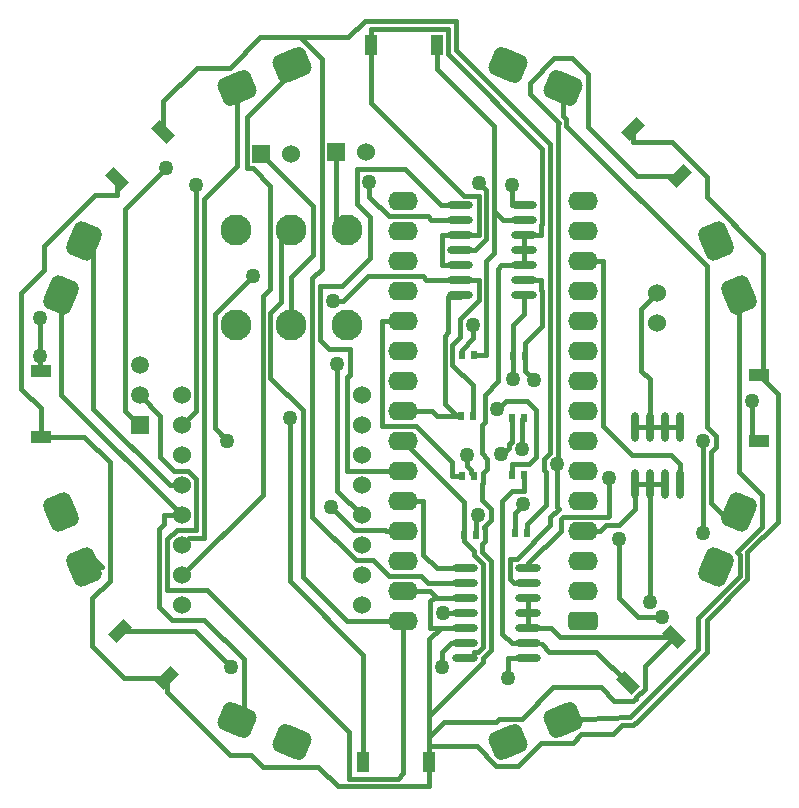
<source format=gtl>
G04*
G04 #@! TF.GenerationSoftware,Altium Limited,CircuitMaker,2.1.0 (2.1.0.4)*
G04*
G04 Layer_Physical_Order=1*
G04 Layer_Color=25308*
%FSLAX44Y44*%
%MOMM*%
G71*
G04*
G04 #@! TF.SameCoordinates,92338436-DD38-40F9-96A6-762CB33EEFC5*
G04*
G04*
G04 #@! TF.FilePolarity,Positive*
G04*
G01*
G75*
%ADD11C,0.4000*%
G04:AMPARAMS|DCode=15|XSize=1.8mm|YSize=1.016mm|CornerRadius=0mm|HoleSize=0mm|Usage=FLASHONLY|Rotation=135.000|XOffset=0mm|YOffset=0mm|HoleType=Round|Shape=Rectangle|*
%AMROTATEDRECTD15*
4,1,4,0.9956,-0.2772,0.2772,-0.9956,-0.9956,0.2772,-0.2772,0.9956,0.9956,-0.2772,0.0*
%
%ADD15ROTATEDRECTD15*%

G04:AMPARAMS|DCode=16|XSize=1.8mm|YSize=1.016mm|CornerRadius=0mm|HoleSize=0mm|Usage=FLASHONLY|Rotation=225.000|XOffset=0mm|YOffset=0mm|HoleType=Round|Shape=Rectangle|*
%AMROTATEDRECTD16*
4,1,4,0.2772,0.9956,0.9956,0.2772,-0.2772,-0.9956,-0.9956,-0.2772,0.2772,0.9956,0.0*
%
%ADD16ROTATEDRECTD16*%

%ADD17R,1.8000X1.0160*%
%ADD18R,1.0160X1.8000*%
%ADD19O,0.7000X2.5000*%
%ADD20O,2.2000X0.6000*%
%ADD21R,0.6096X0.7112*%
%ADD41P,0.7071X4X157.5*%
%ADD42P,0.7071X4X247.5*%
G04:AMPARAMS|DCode=43|XSize=0.5mm|YSize=0.5mm|CornerRadius=0mm|HoleSize=0mm|Usage=FLASHONLY|Rotation=67.500|XOffset=0mm|YOffset=0mm|HoleType=Round|Shape=Rectangle|*
%AMROTATEDRECTD43*
4,1,4,0.1353,-0.3266,-0.3266,-0.1353,-0.1353,0.3266,0.3266,0.1353,0.1353,-0.3266,0.0*
%
%ADD43ROTATEDRECTD43*%

%ADD44P,0.7071X4X202.5*%
G04:AMPARAMS|DCode=45|XSize=0.5mm|YSize=0.5mm|CornerRadius=0mm|HoleSize=0mm|Usage=FLASHONLY|Rotation=247.500|XOffset=0mm|YOffset=0mm|HoleType=Round|Shape=Rectangle|*
%AMROTATEDRECTD45*
4,1,4,-0.1353,0.3266,0.3266,0.1353,0.1353,-0.3266,-0.3266,-0.1353,-0.1353,0.3266,0.0*
%
%ADD45ROTATEDRECTD45*%

%ADD46C,1.5240*%
G04:AMPARAMS|DCode=47|XSize=3mm|YSize=2.5mm|CornerRadius=0.625mm|HoleSize=0mm|Usage=FLASHONLY|Rotation=112.500|XOffset=0mm|YOffset=0mm|HoleType=Round|Shape=RoundedRectangle|*
%AMROUNDEDRECTD47*
21,1,3.0000,1.2500,0,0,112.5*
21,1,1.7500,2.5000,0,0,112.5*
1,1,1.2500,0.2426,1.0476*
1,1,1.2500,0.9123,-0.5692*
1,1,1.2500,-0.2426,-1.0476*
1,1,1.2500,-0.9123,0.5692*
%
%ADD47ROUNDEDRECTD47*%
%ADD48C,1.5000*%
%ADD49R,1.5000X1.5000*%
%ADD50O,2.5400X1.6000*%
%ADD51C,2.6162*%
G04:AMPARAMS|DCode=52|XSize=2.54mm|YSize=1.6mm|CornerRadius=0.4mm|HoleSize=0mm|Usage=FLASHONLY|Rotation=180.000|XOffset=0mm|YOffset=0mm|HoleType=Round|Shape=RoundedRectangle|*
%AMROUNDEDRECTD52*
21,1,2.5400,0.8000,0,0,180.0*
21,1,1.7400,1.6000,0,0,180.0*
1,1,0.8000,-0.8700,0.4000*
1,1,0.8000,0.8700,0.4000*
1,1,0.8000,0.8700,-0.4000*
1,1,0.8000,-0.8700,-0.4000*
%
%ADD52ROUNDEDRECTD52*%
G04:AMPARAMS|DCode=53|XSize=3mm|YSize=2.5mm|CornerRadius=0.625mm|HoleSize=0mm|Usage=FLASHONLY|Rotation=202.500|XOffset=0mm|YOffset=0mm|HoleType=Round|Shape=RoundedRectangle|*
%AMROUNDEDRECTD53*
21,1,3.0000,1.2500,0,0,202.5*
21,1,1.7500,2.5000,0,0,202.5*
1,1,1.2500,-1.0476,0.2426*
1,1,1.2500,0.5692,0.9123*
1,1,1.2500,1.0476,-0.2426*
1,1,1.2500,-0.5692,-0.9123*
%
%ADD53ROUNDEDRECTD53*%
G04:AMPARAMS|DCode=54|XSize=3mm|YSize=2.5mm|CornerRadius=0.625mm|HoleSize=0mm|Usage=FLASHONLY|Rotation=67.500|XOffset=0mm|YOffset=0mm|HoleType=Round|Shape=RoundedRectangle|*
%AMROUNDEDRECTD54*
21,1,3.0000,1.2500,0,0,67.5*
21,1,1.7500,2.5000,0,0,67.5*
1,1,1.2500,0.9123,0.5692*
1,1,1.2500,0.2426,-1.0476*
1,1,1.2500,-0.9123,-0.5692*
1,1,1.2500,-0.2426,1.0476*
%
%ADD54ROUNDEDRECTD54*%
G04:AMPARAMS|DCode=55|XSize=3mm|YSize=2.5mm|CornerRadius=0.625mm|HoleSize=0mm|Usage=FLASHONLY|Rotation=157.500|XOffset=0mm|YOffset=0mm|HoleType=Round|Shape=RoundedRectangle|*
%AMROUNDEDRECTD55*
21,1,3.0000,1.2500,0,0,157.5*
21,1,1.7500,2.5000,0,0,157.5*
1,1,1.2500,-0.5692,0.9123*
1,1,1.2500,1.0476,0.2426*
1,1,1.2500,0.5692,-0.9123*
1,1,1.2500,-1.0476,-0.2426*
%
%ADD55ROUNDEDRECTD55*%
%ADD56R,1.5240X1.5240*%
%ADD57C,1.2700*%
D11*
X460664Y405932D02*
Y435217D01*
X446064Y391332D02*
X460664Y405932D01*
X380920Y635817D02*
X460664Y556073D01*
Y492471D02*
Y556073D01*
X467204Y298455D02*
Y560306D01*
X387644Y639866D02*
X467204Y560306D01*
X461844Y293095D02*
X467204Y298455D01*
X473744Y289594D02*
Y576679D01*
X472734Y288584D02*
X473744Y289594D01*
Y576679D02*
X474512Y577447D01*
X396534Y287638D02*
X400312Y283860D01*
X396534Y287638D02*
Y296204D01*
X400312Y280996D02*
Y283860D01*
Y280996D02*
X402884Y278424D01*
X459654Y491461D02*
X460664Y492471D01*
X459654Y482894D02*
Y491461D01*
Y436227D02*
Y444794D01*
Y436227D02*
X460664Y435217D01*
X445124Y482894D02*
X459654D01*
X445124Y444794D02*
X459654D01*
X434634Y307795D02*
Y327954D01*
X432634Y305795D02*
X434634Y307795D01*
X432634Y302586D02*
Y305795D01*
X427522Y297474D02*
X432634Y302586D01*
X443524Y301284D02*
Y326684D01*
X444794Y327954D01*
X455684Y296184D02*
Y334336D01*
X455304Y295804D02*
X455684Y296184D01*
X455304Y294554D02*
Y295804D01*
X449334Y288584D02*
X455304Y294554D01*
X461844Y284073D02*
Y293095D01*
Y284073D02*
X463590Y282327D01*
Y254040D02*
Y282327D01*
X472734Y252770D02*
Y288584D01*
Y252770D02*
X474512Y250992D01*
X517184Y245250D02*
Y277154D01*
X516422Y244488D02*
X517184Y245250D01*
X413774Y284581D02*
Y293603D01*
X409234Y298143D02*
X413774Y293603D01*
X425744Y297474D02*
X427522D01*
X434634Y288584D02*
X449334D01*
X434634Y279694D02*
Y288584D01*
X647740Y364749D02*
Y467146D01*
X36108Y312144D02*
Y336082D01*
X364749Y75379D02*
X410474Y121104D01*
X402694Y211857D02*
X410474Y204077D01*
Y134331D02*
Y204077D01*
X402694Y211857D02*
Y215114D01*
X409234Y258773D02*
X417330Y250677D01*
X417014Y131622D02*
Y206786D01*
X409234Y258773D02*
Y271749D01*
X410474Y121104D02*
Y125082D01*
X410951Y235122D02*
Y235276D01*
Y235122D02*
X411742Y234331D01*
X409234Y214566D02*
Y220949D01*
Y298143D02*
Y321890D01*
X410472Y281279D02*
X413774Y284581D01*
X410472Y272987D02*
Y281279D01*
X409234Y271749D02*
X410472Y272987D01*
X417330Y241655D02*
Y250677D01*
X410951Y235276D02*
X417330Y241655D01*
X411742Y223458D02*
Y234331D01*
X409234Y220949D02*
X411742Y223458D01*
X410474Y125082D02*
X417014Y131622D01*
X406057Y129914D02*
X410474Y134331D01*
X402694Y129914D02*
X406057D01*
X402694Y125738D02*
Y129914D01*
X409234Y214566D02*
X417014Y206786D01*
X393994Y223814D02*
X402694Y215114D01*
X401710Y124754D02*
X402694Y125738D01*
X409234Y321890D02*
X411806Y324462D01*
X592114Y158454D02*
X627593Y193934D01*
X592114Y132114D02*
Y158454D01*
X599734Y156826D02*
X634133Y191225D01*
X599734Y129734D02*
Y156826D01*
X540084Y70084D02*
X599734Y129734D01*
X466134Y130084D02*
X505939D01*
X460034Y136184D02*
X466134Y130084D01*
X505939D02*
X532795Y103228D01*
X443266Y73266D02*
X470084Y100084D01*
X547291Y117724D02*
X572309Y142741D01*
X547291Y98576D02*
Y117724D01*
X540084Y91368D02*
X547291Y98576D01*
X540084Y90084D02*
Y91368D01*
X538800Y90084D02*
X540084D01*
X537448Y88732D02*
X538800Y90084D01*
X521436Y88732D02*
X537448D01*
X510084Y100084D02*
X521436Y88732D01*
X470084Y100084D02*
X510084D01*
X475321Y142741D02*
X572309D01*
X423544Y73266D02*
X443266D01*
X421184Y70906D02*
X423544Y73266D01*
X377484Y70906D02*
X421184D01*
X470101Y71922D02*
X477986D01*
X202182Y608370D02*
X210068D01*
X539333Y70084D02*
X540084D01*
X537518Y68269D02*
X539333Y70084D01*
X527875Y67875D02*
X537518Y68269D01*
X520084Y60084D02*
X527875Y67875D01*
X534809Y74809D02*
X592114Y132114D01*
X477986Y72487D02*
X534809Y74809D01*
X493744Y60084D02*
X520084D01*
X459175Y52575D02*
X486234D01*
X440040Y33440D02*
X459175Y52575D01*
X486234D02*
X493744Y60084D01*
X477986Y71922D02*
Y72487D01*
X431792Y621635D02*
X437765D01*
X434498Y620282D02*
X437765Y621635D01*
X242404Y58532D02*
X248376D01*
X72487Y477986D02*
X80084Y470390D01*
Y335858D02*
Y470390D01*
Y335858D02*
X145139Y270804D01*
X35600Y368024D02*
Y380278D01*
X72487Y202182D02*
X87883D01*
X75193Y208715D02*
X81350D01*
X87883Y202182D01*
X608370Y470101D02*
Y477986D01*
X604975Y471453D02*
X608242Y470101D01*
X604975Y471453D02*
X604975D01*
X621635Y242403D02*
Y248376D01*
X620282Y245670D02*
Y245670D01*
Y245670D02*
X621635Y242403D01*
X58533Y431792D02*
Y437764D01*
X208066Y72487D02*
Y123484D01*
X600084Y320145D02*
X607576Y312653D01*
X600084Y320145D02*
Y456382D01*
X607576Y303631D02*
Y312653D01*
X603226Y299281D02*
X607576Y303631D01*
X603226Y256098D02*
Y299281D01*
Y256098D02*
X613655Y245670D01*
X481052Y575414D02*
X600084Y456382D01*
X450084Y611882D02*
X470702Y632500D01*
X450084Y601875D02*
Y611882D01*
Y601875D02*
X474512Y577447D01*
X570270Y561888D02*
X600084Y532074D01*
Y514802D02*
Y532074D01*
Y514802D02*
X647740Y467146D01*
X471453Y75193D02*
Y75193D01*
X470101Y71927D02*
X471453Y75193D01*
X364749Y50084D02*
Y58171D01*
Y36334D02*
Y50084D01*
X404987D02*
X421631Y33440D01*
X364749Y50084D02*
X404987D01*
X421631Y33440D02*
X440040D01*
X625344Y214593D02*
X646470Y235719D01*
X634133Y214133D02*
X660084Y240084D01*
X634133Y191225D02*
Y214133D01*
X625344Y214593D02*
Y214593D01*
Y214593D02*
X627593Y212343D01*
Y193934D02*
Y212343D01*
X646470Y258795D02*
Y262930D01*
Y258795D02*
X646728Y258537D01*
Y240128D02*
Y258537D01*
X646470Y239870D02*
X646728Y240128D01*
X646470Y235719D02*
Y239870D01*
X660084Y240084D02*
Y348499D01*
X643834Y364749D02*
X660084Y348499D01*
X626815Y282585D02*
X646470Y262930D01*
X371320Y175554D02*
X394934D01*
X368658D02*
X371320D01*
X36108Y312144D02*
X72684D01*
X374500Y150154D02*
X394934D01*
X365832D02*
X374500D01*
X364749Y58171D02*
Y75379D01*
Y140403D01*
X419744Y467681D02*
Y502864D01*
X638596Y308869D02*
Y341924D01*
X435142Y508294D02*
Y525566D01*
X380611Y430654D02*
X391124D01*
X388010Y329224D02*
X391454D01*
X371320D02*
X388010D01*
X620282Y245670D02*
X620282Y245670D01*
X58533Y437764D02*
X59886Y434498D01*
X59886Y434498D01*
X434498Y620282D02*
X434498Y620282D01*
X471453Y75193D02*
X471453Y75193D01*
X604975Y471453D02*
X604975Y471453D01*
X239816Y478576D02*
X247944D01*
X342686Y27218D02*
Y155674D01*
X255310Y650280D02*
X296458D01*
X221782D02*
X255310D01*
X35600Y380278D02*
Y412282D01*
X551474Y172506D02*
Y271704D01*
X107482Y505043D02*
X141721Y539282D01*
X107482Y333796D02*
Y505043D01*
Y333796D02*
X119674Y321604D01*
X142741Y96099D02*
Y107859D01*
Y96099D02*
X196128Y42712D01*
X214416D01*
X224576Y32552D01*
X271058D01*
X287568Y16042D01*
X364749D01*
Y36334D01*
X365832Y172728D02*
X368658Y175554D01*
X365832Y150154D02*
Y172728D01*
X365800Y181074D02*
X371320Y175554D01*
X342624Y181074D02*
X365800D01*
X419744Y502864D02*
Y575309D01*
Y502864D02*
X427014Y495594D01*
X445124D01*
X402884Y381294D02*
X413204D01*
Y461141D01*
X419744Y467681D01*
X371299Y623754D02*
X419744Y575309D01*
X371299Y623754D02*
Y643834D01*
X446064Y367324D02*
Y380024D01*
Y367324D02*
X453430Y359958D01*
X638596Y308869D02*
X643834D01*
X446064Y380024D02*
Y391332D01*
X404154Y228894D02*
Y243880D01*
X406440Y246166D01*
X525566Y175300D02*
Y225846D01*
Y175300D02*
X541314Y159552D01*
X562396D01*
X166651Y147373D02*
X197144Y116880D01*
X103228Y147373D02*
X166651D01*
X286552Y266486D02*
Y373420D01*
Y266486D02*
X307634Y245404D01*
X402122Y395264D02*
Y406440D01*
X392724Y385866D02*
X402122Y395264D01*
X392724Y381294D02*
Y385866D01*
X435142Y508294D02*
X445124D01*
X431840Y124754D02*
X448934D01*
X431840Y107990D02*
Y124754D01*
X374944Y508294D02*
X391124D01*
X344242Y538996D02*
X374944Y508294D01*
X303348Y538996D02*
X344242D01*
X303348Y509278D02*
Y538996D01*
Y509278D02*
X314492Y498134D01*
Y463336D02*
Y498134D01*
X290726Y439570D02*
X314492Y463336D01*
X272391Y439570D02*
X290726D01*
X272391Y393931D02*
Y439570D01*
Y393931D02*
X279727Y386595D01*
X297442D01*
Y364619D02*
Y386595D01*
X295442Y362619D02*
X297442Y364619D01*
X295442Y282964D02*
Y362619D01*
Y282964D02*
X319504D01*
X319794Y282674D01*
X342624D01*
X391124Y470194D02*
X403836D01*
X413204Y479562D01*
Y520834D01*
X407202Y526836D02*
X413204Y520834D01*
X167426Y333796D02*
Y525312D01*
X155234Y321604D02*
X167426Y333796D01*
X53353Y347285D02*
Y431792D01*
Y347285D02*
X155234Y245404D01*
X140756D02*
X155234D01*
X140756Y238546D02*
Y245404D01*
X136438Y234228D02*
X140756Y238546D01*
X136438Y167934D02*
Y234228D01*
Y167934D02*
X147360Y157012D01*
X174538D01*
X208066Y123484D01*
X202182Y72487D02*
X208066D01*
X145139Y270804D02*
X155234D01*
X626815Y282585D02*
Y431792D01*
X371134Y200954D02*
X394934D01*
X359958Y212130D02*
X371134Y200954D01*
X359958Y212130D02*
Y257274D01*
X342624D02*
X359958D01*
X367070Y333474D02*
X371320Y329224D01*
X342624Y333474D02*
X367070D01*
X391124Y430654D02*
Y432094D01*
X380611Y400407D02*
Y430654D01*
X377850Y397646D02*
X380611Y400407D01*
X377850Y339384D02*
Y397646D01*
Y339384D02*
X388010Y329224D01*
X445124Y415660D02*
Y432094D01*
X435904Y406440D02*
X445124Y415660D01*
X435904Y380024D02*
Y406440D01*
X183174Y415584D02*
X215686Y448096D01*
X183174Y319318D02*
Y415584D01*
Y319318D02*
X194096Y308396D01*
X551474Y320704D02*
Y360720D01*
X544616Y367578D02*
X551474Y360720D01*
X544616Y367578D02*
Y420156D01*
X557824Y433364D01*
X308869Y36334D02*
Y127583D01*
X246928Y189524D02*
X308869Y127583D01*
X246928Y189524D02*
Y327651D01*
X283504Y426760D02*
X291632D01*
X312714Y447842D01*
X359450D01*
X362498Y444794D01*
X391124D01*
X375452Y482894D02*
X391124D01*
X375452Y457494D02*
Y482894D01*
Y457494D02*
X391124D01*
X106851Y107859D02*
X142741D01*
X79796Y134914D02*
X106851Y107859D01*
X79796Y134914D02*
Y175300D01*
X94528Y190032D01*
Y290300D01*
X72684Y312144D02*
X94528Y290300D01*
X36084Y312144D02*
X36108D01*
X19598Y352592D02*
X36108Y336082D01*
X19598Y352592D02*
Y433872D01*
X38902Y453176D01*
Y473750D01*
X81828Y516676D01*
X100327D01*
Y530327D01*
X342624Y155674D02*
X342686D01*
X338114Y22646D02*
X342686Y27218D01*
X296712Y22646D02*
X338114D01*
X296712D02*
Y61762D01*
X176570Y181904D02*
X296712Y61762D01*
X143042Y181904D02*
X176570D01*
X143042D02*
Y225084D01*
X151170Y233212D01*
X167426D01*
Y275884D01*
X160314Y282996D02*
X167426Y275884D01*
X148884Y282996D02*
X160314D01*
X137200Y294680D02*
X148884Y282996D01*
X137200Y294680D02*
Y329478D01*
X119674Y347004D02*
X137200Y329478D01*
X375706Y116880D02*
Y129834D01*
X383326Y137454D01*
X394934D01*
X467400Y243880D02*
X474512Y250992D01*
X467400Y237022D02*
Y243880D01*
X438952Y208574D02*
X467400Y237022D01*
X433394Y208574D02*
X438952D01*
X433394Y191272D02*
Y208574D01*
Y191272D02*
X436412Y188254D01*
X448934D01*
X139841Y569841D02*
Y596025D01*
X168188Y624372D02*
X195874D01*
X221782Y650280D01*
X255310D02*
X273852Y631738D01*
Y454110D02*
Y631738D01*
X265851Y446110D02*
X273852Y454110D01*
X265851Y244007D02*
Y446110D01*
Y244007D02*
X302554Y207304D01*
X317540D01*
X331002Y193842D01*
X357926D01*
X363514Y188254D01*
X394934D01*
X613655Y245670D02*
X620282D01*
X481052Y575414D02*
Y580921D01*
X477986Y583987D02*
X481052Y580921D01*
X477986Y583987D02*
Y607681D01*
X541060Y532795D02*
X576940D01*
X499658Y574197D02*
X541060Y532795D01*
X499658Y574197D02*
Y618784D01*
X485942Y632500D02*
X499658Y618784D01*
X470702Y632500D02*
X485942D01*
X380920Y635817D02*
Y657375D01*
X315419D02*
X380920D01*
X315419Y643834D02*
Y657375D01*
X447334Y230164D02*
Y237784D01*
X463590Y254040D01*
X387644Y639866D02*
Y663996D01*
X310174D02*
X387644D01*
X296458Y650280D02*
X310174Y663996D01*
X139841Y596025D02*
X168188Y624372D01*
X247944Y478576D02*
Y486704D01*
X239816Y426252D02*
Y478576D01*
X230323Y416759D02*
X239816Y426252D01*
X230323Y361831D02*
Y416759D01*
Y361831D02*
X257850Y334304D01*
Y193266D02*
Y334304D01*
Y193266D02*
X295442Y155674D01*
X342624D01*
X376722Y162854D02*
X394934D01*
X281472Y252516D02*
X301284Y232704D01*
X327192D01*
X328022Y231874D01*
X342624D01*
X435904Y360974D02*
Y380024D01*
X411806Y324462D02*
Y347766D01*
X422950Y358910D01*
Y454446D01*
X425998Y457494D01*
X445124D01*
X364749Y58171D02*
X377484Y70906D01*
X393994Y223814D02*
Y228894D01*
X394934Y124754D02*
X401710D01*
X596686Y230672D02*
Y308142D01*
X448934Y150154D02*
X467908D01*
X475321Y142741D01*
X495024Y231874D02*
X509274D01*
X514773Y237374D01*
X525663D01*
X538774Y250484D01*
Y271704D01*
X444794Y265724D02*
Y279694D01*
X434634Y265724D02*
X444794D01*
X426854Y257944D02*
X434634Y265724D01*
X426854Y145234D02*
Y257944D01*
Y145234D02*
X434634Y137454D01*
X448934D01*
X437174Y230164D02*
Y247690D01*
X444286Y254802D01*
X448934Y200954D02*
Y205094D01*
X476289Y232449D01*
Y242805D01*
X477972Y244488D01*
X516422D01*
X247944Y406694D02*
Y447190D01*
X266740Y465986D01*
Y507278D01*
X222544Y551474D02*
X266740Y507278D01*
X246066Y625858D02*
X248376Y626815D01*
X246066Y618022D02*
Y625858D01*
X245944Y618022D02*
X246066D01*
X210384Y582462D02*
X245944Y618022D01*
X210384Y539282D02*
Y582462D01*
Y539282D02*
X215432D01*
X230323Y524392D01*
Y437395D02*
Y524392D01*
X223783Y430855D02*
X230323Y437395D01*
X223783Y263153D02*
Y430855D01*
X155234Y194604D02*
X223783Y263153D01*
X364749Y140403D02*
X374500Y150154D01*
X366562Y495594D02*
X391124D01*
X363514Y498642D02*
X366562Y495594D01*
X331002Y498642D02*
X363514D01*
X314238Y515406D02*
X331002Y498642D01*
X314238Y515406D02*
Y528106D01*
X35600Y368024D02*
X36084D01*
X401614Y329224D02*
Y355942D01*
X384390Y373166D02*
X401614Y355942D01*
X384390Y373166D02*
Y389422D01*
X391232Y396264D01*
Y412028D01*
X406664Y427460D01*
Y444794D01*
X391124D02*
X406664D01*
X537427Y561888D02*
Y572309D01*
Y561888D02*
X570270D01*
X643834Y364749D02*
X647740D01*
X155234Y220004D02*
X161439Y226209D01*
X174429D01*
Y513604D01*
X202182Y541356D01*
Y607681D01*
X286044Y495594D02*
Y552744D01*
Y495594D02*
X294934Y486704D01*
X315419Y594724D02*
Y643834D01*
Y594724D02*
X394229Y515914D01*
X406664D01*
Y482894D02*
Y515914D01*
X391124Y482894D02*
X406664D01*
X447334Y342686D02*
X455684Y334336D01*
X430062Y342686D02*
X447334D01*
X422696Y335320D02*
X430062Y342686D01*
X342624Y308074D02*
X342754D01*
X393994Y256834D01*
Y228894D02*
Y256834D01*
X325160Y409674D02*
X342624D01*
X325160Y320842D02*
Y409674D01*
Y320842D02*
X353354D01*
X383834Y290362D01*
Y278424D02*
Y290362D01*
Y278424D02*
X392724D01*
X576874Y271704D02*
Y288584D01*
X569254Y296204D02*
X576874Y288584D01*
X536996Y296204D02*
X569254D01*
X512358Y320842D02*
X536996Y296204D01*
X512358Y320842D02*
Y460474D01*
X495024D02*
X512358D01*
X242404Y58532D02*
X245670Y59885D01*
X248376Y53353D02*
Y58532D01*
X621635Y248376D02*
X626815D01*
X608242Y470101D02*
X608370D01*
X607681Y477986D02*
X608370D01*
X208715Y604975D02*
X210068Y608242D01*
Y608370D01*
X202182Y607681D02*
Y608370D01*
X470101Y71922D02*
Y71927D01*
X431792Y621635D02*
Y626815D01*
X53353Y431792D02*
X58533D01*
X551474Y271704D02*
X564174D01*
X538774D02*
X551474D01*
X445124Y457494D02*
Y470194D01*
Y482894D01*
X448934Y162854D02*
Y175554D01*
Y150154D02*
Y162854D01*
X538774Y320704D02*
X551474D01*
X564174D01*
X576874D01*
D15*
X139841Y569841D02*
D03*
X100327Y530327D02*
D03*
X572309Y142741D02*
D03*
X532795Y103228D02*
D03*
D16*
X142741Y107859D02*
D03*
X103228Y147373D02*
D03*
X537427Y572309D02*
D03*
X576940Y532795D02*
D03*
D17*
X36084Y312144D02*
D03*
Y368024D02*
D03*
X643834Y364749D02*
D03*
Y308869D02*
D03*
D18*
X364749Y36334D02*
D03*
X308869D02*
D03*
X315419Y643834D02*
D03*
X371299D02*
D03*
D19*
X564174Y271704D02*
D03*
X538774D02*
D03*
X551474D02*
D03*
X576874D02*
D03*
X538774Y320704D02*
D03*
X551474D02*
D03*
X564174D02*
D03*
X576874D02*
D03*
D20*
X448934Y124754D02*
D03*
Y137454D02*
D03*
Y150154D02*
D03*
Y162854D02*
D03*
Y175554D02*
D03*
Y188254D02*
D03*
Y200954D02*
D03*
X394934Y124754D02*
D03*
Y137454D02*
D03*
Y150154D02*
D03*
Y162854D02*
D03*
Y175554D02*
D03*
Y188254D02*
D03*
Y200954D02*
D03*
X391124Y508294D02*
D03*
Y495594D02*
D03*
Y482894D02*
D03*
Y470194D02*
D03*
Y457494D02*
D03*
Y444794D02*
D03*
Y432094D02*
D03*
X445124Y508294D02*
D03*
Y495594D02*
D03*
Y482894D02*
D03*
Y470194D02*
D03*
Y457494D02*
D03*
Y444794D02*
D03*
Y432094D02*
D03*
D21*
X393994Y228894D02*
D03*
X404154D02*
D03*
X391454Y329224D02*
D03*
X401614D02*
D03*
X392724Y381294D02*
D03*
X402884D02*
D03*
X392724Y278424D02*
D03*
X402884D02*
D03*
X437174Y230164D02*
D03*
X447334D02*
D03*
X434634Y327954D02*
D03*
X444794D02*
D03*
X435904Y380024D02*
D03*
X446064D02*
D03*
X434634Y279694D02*
D03*
X444794D02*
D03*
D41*
X71927Y210068D02*
D03*
X608241Y470100D02*
D03*
D42*
X470100Y71927D02*
D03*
X210068Y608241D02*
D03*
D43*
X58533Y437764D02*
D03*
D44*
X242404Y58532D02*
D03*
X437765Y621635D02*
D03*
D45*
X621636Y242404D02*
D03*
D46*
X557824Y433364D02*
D03*
Y407964D02*
D03*
X155234Y347004D02*
D03*
X247944Y551474D02*
D03*
X155234Y296204D02*
D03*
X307634Y347004D02*
D03*
Y321604D02*
D03*
Y296204D02*
D03*
Y270804D02*
D03*
Y245404D02*
D03*
Y220004D02*
D03*
Y194604D02*
D03*
Y169204D02*
D03*
X155234D02*
D03*
Y194604D02*
D03*
Y220004D02*
D03*
Y245404D02*
D03*
Y270804D02*
D03*
Y321604D02*
D03*
X311444Y552744D02*
D03*
D47*
X72487Y202182D02*
D03*
X53353Y248376D02*
D03*
X626815Y431792D02*
D03*
X607681Y477986D02*
D03*
D48*
X119674Y347004D02*
D03*
Y372404D02*
D03*
D49*
Y321604D02*
D03*
D50*
X342624Y155674D02*
D03*
X495024Y231874D02*
D03*
Y181074D02*
D03*
Y206474D02*
D03*
Y257274D02*
D03*
Y282674D02*
D03*
Y308074D02*
D03*
Y333474D02*
D03*
Y358874D02*
D03*
Y384274D02*
D03*
Y409674D02*
D03*
Y435074D02*
D03*
Y460474D02*
D03*
Y485874D02*
D03*
Y511274D02*
D03*
X342624D02*
D03*
Y485874D02*
D03*
Y460474D02*
D03*
Y435074D02*
D03*
Y409674D02*
D03*
Y384274D02*
D03*
Y358874D02*
D03*
Y333474D02*
D03*
Y308074D02*
D03*
Y282674D02*
D03*
Y257274D02*
D03*
Y231874D02*
D03*
Y206474D02*
D03*
Y181074D02*
D03*
D51*
X247944Y486704D02*
D03*
X200954D02*
D03*
X294934D02*
D03*
Y406694D02*
D03*
X247944D02*
D03*
X200954D02*
D03*
D52*
X495024Y155674D02*
D03*
D53*
X477986Y72487D02*
D03*
X431792Y53353D02*
D03*
X248376Y626815D02*
D03*
X202182Y607681D02*
D03*
D54*
X72487Y477986D02*
D03*
X53353Y431792D02*
D03*
X607681Y202182D02*
D03*
X626815Y248376D02*
D03*
D55*
X202182Y72487D02*
D03*
X248376Y53353D02*
D03*
X477986Y607681D02*
D03*
X431792Y626815D02*
D03*
D56*
X286044Y552744D02*
D03*
X222544Y551474D02*
D03*
D57*
X443524Y301284D02*
D03*
X472734Y288584D02*
D03*
X517184Y277154D02*
D03*
X396534Y296204D02*
D03*
X425744Y297474D02*
D03*
X551474Y172506D02*
D03*
X141721Y539282D02*
D03*
X453430Y359958D02*
D03*
X638596Y341924D02*
D03*
X406440Y246166D02*
D03*
X525566Y225846D02*
D03*
X562396Y159552D02*
D03*
X197144Y116880D02*
D03*
X286552Y373420D02*
D03*
X402122Y406440D02*
D03*
X435142Y525566D02*
D03*
X431840Y107990D02*
D03*
X407202Y526836D02*
D03*
X167426Y525312D02*
D03*
X35600Y380278D02*
D03*
X215686Y448096D02*
D03*
X194096Y308396D02*
D03*
X246928Y327651D02*
D03*
X283504Y426760D02*
D03*
X375706Y116880D02*
D03*
X376722Y162854D02*
D03*
X281472Y252516D02*
D03*
X435904Y360974D02*
D03*
X596686Y230672D02*
D03*
Y308142D02*
D03*
X444286Y254802D02*
D03*
X314238Y528106D02*
D03*
X35600Y412282D02*
D03*
X422696Y335320D02*
D03*
M02*

</source>
